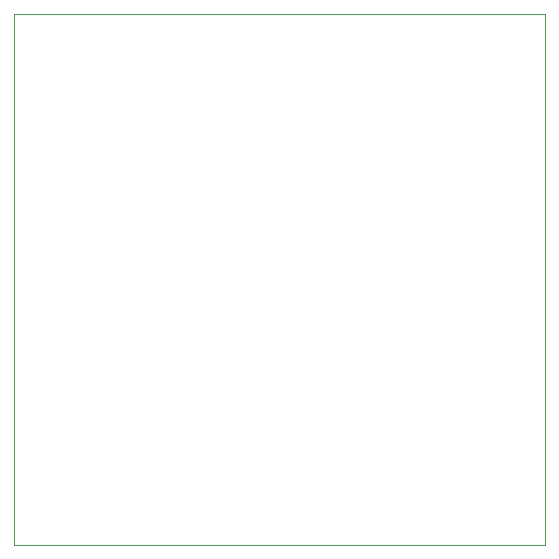
<source format=gbr>
%TF.GenerationSoftware,KiCad,Pcbnew,9.0.6*%
%TF.CreationDate,2026-01-08T21:46:16-05:00*%
%TF.ProjectId,espdroneea,65737064-726f-46e6-9565-612e6b696361,rev?*%
%TF.SameCoordinates,Original*%
%TF.FileFunction,Profile,NP*%
%FSLAX46Y46*%
G04 Gerber Fmt 4.6, Leading zero omitted, Abs format (unit mm)*
G04 Created by KiCad (PCBNEW 9.0.6) date 2026-01-08 21:46:16*
%MOMM*%
%LPD*%
G01*
G04 APERTURE LIST*
%TA.AperFunction,Profile*%
%ADD10C,0.050000*%
%TD*%
G04 APERTURE END LIST*
D10*
X145000000Y-100000000D02*
X145000000Y-145000000D01*
X100000000Y-145000000D02*
X145000000Y-145000000D01*
X100000000Y-100000000D02*
X100000000Y-145000000D01*
X100000000Y-100000000D02*
X145000000Y-100000000D01*
M02*

</source>
